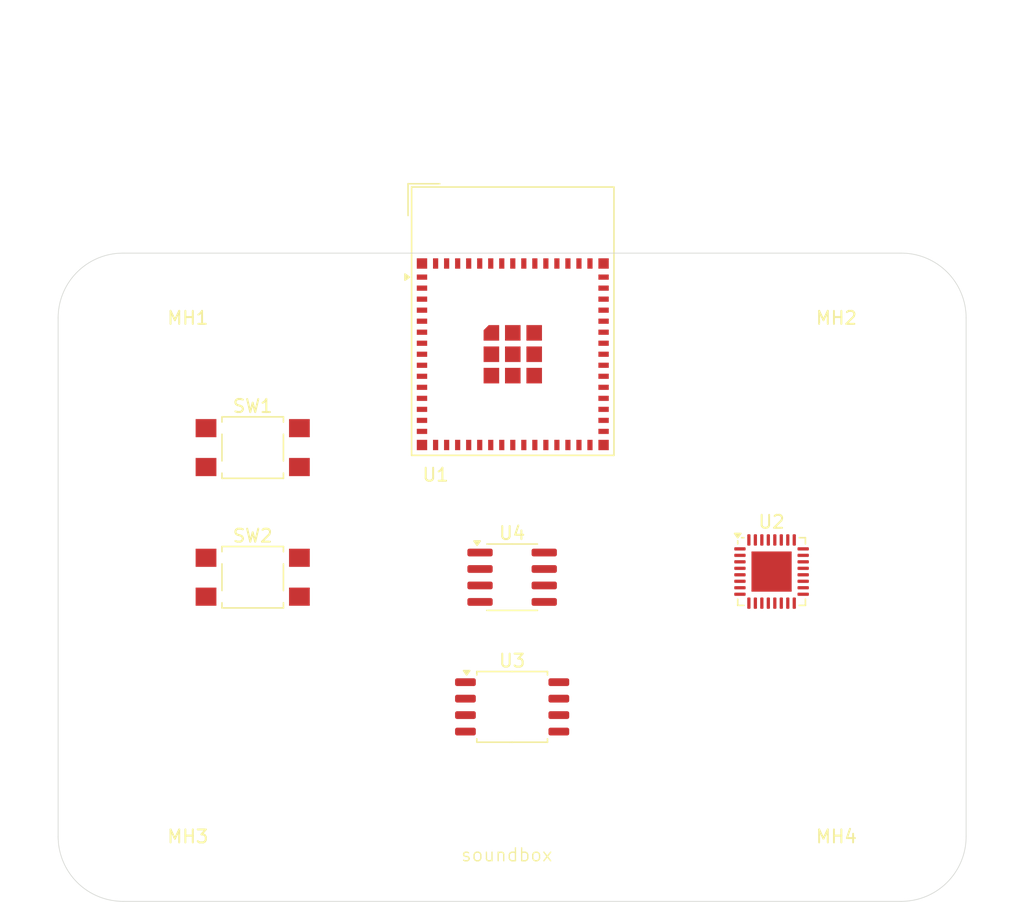
<source format=kicad_pcb>
(kicad_pcb (version 20240108) (generator "pcbnew") (generator_version "8.0")
  (title_block (title "soundbox"))
  (layers (0 "F.Cu" signal) (31 "B.Cu" signal) (34 "B.Paste" user) (35 "F.Paste" user) (36 "B.SilkS" user "B.Silkscreen") (37 "F.SilkS" user "F.Silkscreen") (38 "B.Mask" user) (39 "F.Mask" user) (44 "Edge.Cuts" user))
  (net 0 "")
  (net 5 "Net-(U1-GND-Pad1)")
  (net 48 "Net-(U2-PVDD-Pad21)")
  (net 52 "Net-(U2-PGND-Pad25)")
  (footprint "Button_Switch_SMD:SW_SPST_TL3305A" (layer "F.Cu") (at 125 95)
    (property "Reference" "SW2" (at 0 -3.2 0) (layer "F.SilkS"))
    (property "Value" "SW_Push")
    (fp_line (start -2.37 -2.37) (end -2.37 -1.97) (stroke (width 0.12)) (layer "F.SilkS"))
    (fp_line (start -2.37 -2.37) (end 2.37 -2.37) (stroke (width 0.12)) (layer "F.SilkS"))
    (fp_line (start -2.37 1.03) (end -2.37 -1.03) (stroke (width 0.12)) (layer "F.SilkS"))
    (fp_line (start -2.37 2.37) (end -2.37 1.97) (stroke (width 0.12)) (layer "F.SilkS"))
    (fp_line (start -2.37 2.37) (end 2.37 2.37) (stroke (width 0.12)) (layer "F.SilkS"))
    (fp_line (start 2.37 -2.37) (end 2.37 -1.97) (stroke (width 0.12)) (layer "F.SilkS"))
    (fp_line (start 2.37 1.03) (end 2.37 -1.03) (stroke (width 0.12)) (layer "F.SilkS"))
    (fp_line (start 2.37 2.37) (end 2.37 1.97) (stroke (width 0.12)) (layer "F.SilkS"))
    (pad "1" smd rect (at -3.6 -1.5) (size 1.6 1.4) (layers "F.Cu" "F.Paste" "F.Mask"))
    (pad "1" smd rect (at 3.6 -1.5) (size 1.6 1.4) (layers "F.Cu" "F.Paste" "F.Mask"))
    (pad "2" smd rect (at -3.6 1.5) (size 1.6 1.4) (layers "F.Cu" "F.Paste" "F.Mask"))
    (pad "2" smd rect (at 3.6 1.5) (size 1.6 1.4) (layers "F.Cu" "F.Paste" "F.Mask"))
  )
  (footprint "Package_SO:SOIC-8_3.9x4.9mm_P1.27mm" (layer "F.Cu") (at 145 95)
    (property "Reference" "U4" (at 0 -3.4 0) (layer "F.SilkS"))
    (property "Value" "25CSM04xxSN")
    (fp_line (start 0 -2.56) (end -1.95 -2.56) (stroke (width 0.12)) (layer "F.SilkS"))
    (fp_line (start 0 -2.56) (end 1.95 -2.56) (stroke (width 0.12)) (layer "F.SilkS"))
    (fp_line (start 0 2.56) (end -1.95 2.56) (stroke (width 0.12)) (layer "F.SilkS"))
    (fp_line (start 0 2.56) (end 1.95 2.56) (stroke (width 0.12)) (layer "F.SilkS"))
    (fp_poly (pts (xy -2.7 -2.465) (xy -2.94 -2.795) (xy -2.46 -2.795) (xy -2.7 -2.465)) (stroke (width 0.12)) (fill solid) (layer "F.SilkS"))
    (pad "1" smd roundrect (at -2.475 -1.905) (size 1.95 0.6) (layers "F.Cu" "F.Paste" "F.Mask"))
    (pad "2" smd roundrect (at -2.475 -0.635) (size 1.95 0.6) (layers "F.Cu" "F.Paste" "F.Mask"))
    (pad "3" smd roundrect (at -2.475 0.635) (size 1.95 0.6) (layers "F.Cu" "F.Paste" "F.Mask"))
    (pad "4" smd roundrect (at -2.475 1.905) (size 1.95 0.6) (layers "F.Cu" "F.Paste" "F.Mask"))
    (pad "5" smd roundrect (at 2.475 1.905) (size 1.95 0.6) (layers "F.Cu" "F.Paste" "F.Mask"))
    (pad "6" smd roundrect (at 2.475 0.635) (size 1.95 0.6) (layers "F.Cu" "F.Paste" "F.Mask"))
    (pad "7" smd roundrect (at 2.475 -0.635) (size 1.95 0.6) (layers "F.Cu" "F.Paste" "F.Mask"))
    (pad "8" smd roundrect (at 2.475 -1.905) (size 1.95 0.6) (layers "F.Cu" "F.Paste" "F.Mask"))
  )
  (footprint "MountingHole:MountingHole_3.2mm_M3" (layer "F.Cu") (at 115 115)
    (property "Reference" "MH3" (at 5 0 0) (layer "F.SilkS"))
    (property "Value" "MountingHole_3.2mm_M3")
    (pad "" np_thru_hole circle (at 0 0) (size 3.2 3.2) (drill 3.2) (layers "*.Cu" "*.Mask"))
  )
  (footprint "RF_Module:ESP32-S2-MINI-1" (layer "F.Cu") (at 145.05 75.25)
    (property "Reference" "U1" (at -5.95 11.85 0) (layer "F.SilkS"))
    (property "Value" "ESP32-S3-MINI-1")
    (fp_line (start -8.075 -10.6) (end -8.075 -8.15) (stroke (width 0.12)) (layer "F.SilkS"))
    (fp_line (start -8.075 -10.6) (end -5.625 -10.6) (stroke (width 0.12)) (layer "F.SilkS"))
    (fp_line (start -7.8 -10.35) (end 7.8 -10.35) (stroke (width 0.12)) (layer "F.SilkS"))
    (fp_line (start -7.8 10.35) (end -7.8 -10.35) (stroke (width 0.12)) (layer "F.SilkS"))
    (fp_line (start 7.8 -10.35) (end 7.8 10.35) (stroke (width 0.12)) (layer "F.SilkS"))
    (fp_line (start 7.8 10.35) (end -7.8 10.35) (stroke (width 0.12)) (layer "F.SilkS"))
    (fp_poly (pts (xy -7.975 -3.4) (xy -8.311 -3.16) (xy -8.311 -3.64) (xy -7.975 -3.4)) (stroke (width 0.12)) (fill solid) (layer "F.SilkS"))
    (pad "1" smd rect (at -7 -3.4) (size 0.8 0.4) (layers "F.Cu" "F.Paste" "F.Mask") (net 5 "Net-(U1-GND-Pad1)"))
    (pad "2" smd rect (at -7 -2.55) (size 0.8 0.4) (layers "F.Cu" "F.Paste" "F.Mask") (net 5 "Net-(U1-GND-Pad1)"))
    (pad "3" smd rect (at -7 -1.7) (size 0.8 0.4) (layers "F.Cu" "F.Paste" "F.Mask"))
    (pad "4" smd rect (at -7 -0.85) (size 0.8 0.4) (layers "F.Cu" "F.Paste" "F.Mask"))
    (pad "5" smd rect (at -7 0) (size 0.8 0.4) (layers "F.Cu" "F.Paste" "F.Mask"))
    (pad "6" smd rect (at -7 0.85) (size 0.8 0.4) (layers "F.Cu" "F.Paste" "F.Mask"))
    (pad "7" smd rect (at -7 1.7) (size 0.8 0.4) (layers "F.Cu" "F.Paste" "F.Mask"))
    (pad "8" smd rect (at -7 2.55) (size 0.8 0.4) (layers "F.Cu" "F.Paste" "F.Mask"))
    (pad "9" smd rect (at -7 3.4) (size 0.8 0.4) (layers "F.Cu" "F.Paste" "F.Mask"))
    (pad "10" smd rect (at -7 4.25) (size 0.8 0.4) (layers "F.Cu" "F.Paste" "F.Mask"))
    (pad "11" smd rect (at -7 5.1) (size 0.8 0.4) (layers "F.Cu" "F.Paste" "F.Mask"))
    (pad "12" smd rect (at -7 5.95) (size 0.8 0.4) (layers "F.Cu" "F.Paste" "F.Mask"))
    (pad "13" smd rect (at -7 6.8) (size 0.8 0.4) (layers "F.Cu" "F.Paste" "F.Mask"))
    (pad "14" smd rect (at -7 7.65) (size 0.8 0.4) (layers "F.Cu" "F.Paste" "F.Mask"))
    (pad "15" smd rect (at -7 8.5) (size 0.8 0.4) (layers "F.Cu" "F.Paste" "F.Mask"))
    (pad "16" smd rect (at -5.95 9.55 90) (size 0.8 0.4) (layers "F.Cu" "F.Paste" "F.Mask"))
    (pad "17" smd rect (at -5.1 9.55 90) (size 0.8 0.4) (layers "F.Cu" "F.Paste" "F.Mask"))
    (pad "18" smd rect (at -4.25 9.55 90) (size 0.8 0.4) (layers "F.Cu" "F.Paste" "F.Mask"))
    (pad "19" smd rect (at -3.4 9.55 90) (size 0.8 0.4) (layers "F.Cu" "F.Paste" "F.Mask"))
    (pad "20" smd rect (at -2.55 9.55 90) (size 0.8 0.4) (layers "F.Cu" "F.Paste" "F.Mask"))
    (pad "21" smd rect (at -1.7 9.55 90) (size 0.8 0.4) (layers "F.Cu" "F.Paste" "F.Mask"))
    (pad "22" smd rect (at -0.85 9.55 90) (size 0.8 0.4) (layers "F.Cu" "F.Paste" "F.Mask"))
    (pad "23" smd rect (at 0 9.55 90) (size 0.8 0.4) (layers "F.Cu" "F.Paste" "F.Mask"))
    (pad "24" smd rect (at 0.85 9.55 90) (size 0.8 0.4) (layers "F.Cu" "F.Paste" "F.Mask"))
    (pad "25" smd rect (at 1.7 9.55 90) (size 0.8 0.4) (layers "F.Cu" "F.Paste" "F.Mask"))
    (pad "26" smd rect (at 2.55 9.55 90) (size 0.8 0.4) (layers "F.Cu" "F.Paste" "F.Mask"))
    (pad "27" smd rect (at 3.4 9.55 90) (size 0.8 0.4) (layers "F.Cu" "F.Paste" "F.Mask"))
    (pad "28" smd rect (at 4.25 9.55 90) (size 0.8 0.4) (layers "F.Cu" "F.Paste" "F.Mask"))
    (pad "29" smd rect (at 5.1 9.55 90) (size 0.8 0.4) (layers "F.Cu" "F.Paste" "F.Mask"))
    (pad "30" smd rect (at 5.95 9.55 90) (size 0.8 0.4) (layers "F.Cu" "F.Paste" "F.Mask"))
    (pad "31" smd rect (at 7 8.5) (size 0.8 0.4) (layers "F.Cu" "F.Paste" "F.Mask"))
    (pad "32" smd rect (at 7 7.65) (size 0.8 0.4) (layers "F.Cu" "F.Paste" "F.Mask"))
    (pad "33" smd rect (at 7 6.8) (size 0.8 0.4) (layers "F.Cu" "F.Paste" "F.Mask"))
    (pad "34" smd rect (at 7 5.95) (size 0.8 0.4) (layers "F.Cu" "F.Paste" "F.Mask"))
    (pad "35" smd rect (at 7 5.1) (size 0.8 0.4) (layers "F.Cu" "F.Paste" "F.Mask"))
    (pad "36" smd rect (at 7 4.25) (size 0.8 0.4) (layers "F.Cu" "F.Paste" "F.Mask"))
    (pad "37" smd rect (at 7 3.4) (size 0.8 0.4) (layers "F.Cu" "F.Paste" "F.Mask"))
    (pad "38" smd rect (at 7 2.55) (size 0.8 0.4) (layers "F.Cu" "F.Paste" "F.Mask"))
    (pad "39" smd rect (at 7 1.7) (size 0.8 0.4) (layers "F.Cu" "F.Paste" "F.Mask"))
    (pad "40" smd rect (at 7 0.85) (size 0.8 0.4) (layers "F.Cu" "F.Paste" "F.Mask"))
    (pad "41" smd rect (at 7 0) (size 0.8 0.4) (layers "F.Cu" "F.Paste" "F.Mask"))
    (pad "42" smd rect (at 7 -0.85) (size 0.8 0.4) (layers "F.Cu" "F.Paste" "F.Mask") (net 5 "Net-(U1-GND-Pad1)"))
    (pad "43" smd rect (at 7 -1.7) (size 0.8 0.4) (layers "F.Cu" "F.Paste" "F.Mask") (net 5 "Net-(U1-GND-Pad1)"))
    (pad "44" smd rect (at 7 -2.55) (size 0.8 0.4) (layers "F.Cu" "F.Paste" "F.Mask"))
    (pad "45" smd rect (at 7 -3.4) (size 0.8 0.4) (layers "F.Cu" "F.Paste" "F.Mask"))
    (pad "46" smd rect (at 5.95 -4.45 90) (size 0.8 0.4) (layers "F.Cu" "F.Paste" "F.Mask") (net 5 "Net-(U1-GND-Pad1)"))
    (pad "47" smd rect (at 5.1 -4.45 90) (size 0.8 0.4) (layers "F.Cu" "F.Paste" "F.Mask") (net 5 "Net-(U1-GND-Pad1)"))
    (pad "48" smd rect (at 4.25 -4.45 90) (size 0.8 0.4) (layers "F.Cu" "F.Paste" "F.Mask") (net 5 "Net-(U1-GND-Pad1)"))
    (pad "49" smd rect (at 3.4 -4.45 90) (size 0.8 0.4) (layers "F.Cu" "F.Paste" "F.Mask") (net 5 "Net-(U1-GND-Pad1)"))
    (pad "50" smd rect (at 2.55 -4.45 90) (size 0.8 0.4) (layers "F.Cu" "F.Paste" "F.Mask") (net 5 "Net-(U1-GND-Pad1)"))
    (pad "51" smd rect (at 1.7 -4.45 90) (size 0.8 0.4) (layers "F.Cu" "F.Paste" "F.Mask") (net 5 "Net-(U1-GND-Pad1)"))
    (pad "52" smd rect (at 0.85 -4.45 90) (size 0.8 0.4) (layers "F.Cu" "F.Paste" "F.Mask") (net 5 "Net-(U1-GND-Pad1)"))
    (pad "53" smd rect (at 0 -4.45 90) (size 0.8 0.4) (layers "F.Cu" "F.Paste" "F.Mask") (net 5 "Net-(U1-GND-Pad1)"))
    (pad "54" smd rect (at -0.85 -4.45 90) (size 0.8 0.4) (layers "F.Cu" "F.Paste" "F.Mask") (net 5 "Net-(U1-GND-Pad1)"))
    (pad "55" smd rect (at -1.7 -4.45 90) (size 0.8 0.4) (layers "F.Cu" "F.Paste" "F.Mask") (net 5 "Net-(U1-GND-Pad1)"))
    (pad "56" smd rect (at -2.55 -4.45 90) (size 0.8 0.4) (layers "F.Cu" "F.Paste" "F.Mask") (net 5 "Net-(U1-GND-Pad1)"))
    (pad "57" smd rect (at -3.4 -4.45 90) (size 0.8 0.4) (layers "F.Cu" "F.Paste" "F.Mask") (net 5 "Net-(U1-GND-Pad1)"))
    (pad "58" smd rect (at -4.25 -4.45 90) (size 0.8 0.4) (layers "F.Cu" "F.Paste" "F.Mask") (net 5 "Net-(U1-GND-Pad1)"))
    (pad "59" smd rect (at -5.1 -4.45 90) (size 0.8 0.4) (layers "F.Cu" "F.Paste" "F.Mask") (net 5 "Net-(U1-GND-Pad1)"))
    (pad "60" smd rect (at -5.95 -4.45 90) (size 0.8 0.4) (layers "F.Cu" "F.Paste" "F.Mask") (net 5 "Net-(U1-GND-Pad1)"))
    (pad "61" smd roundrect (at -1.65 0.9) (size 1.2 1.2) (layers "F.Cu" "F.Paste" "F.Mask") (roundrect_rratio 0) (chamfer_ratio 0.33) (chamfer top_left) (net 5 "Net-(U1-GND-Pad1)"))
    (pad "61" smd rect (at -1.65 2.55) (size 1.2 1.2) (layers "F.Cu" "F.Paste" "F.Mask") (net 5 "Net-(U1-GND-Pad1)"))
    (pad "61" smd rect (at -1.65 4.2) (size 1.2 1.2) (layers "F.Cu" "F.Paste" "F.Mask") (net 5 "Net-(U1-GND-Pad1)"))
    (pad "61" smd rect (at 0 0.9) (size 1.2 1.2) (layers "F.Cu" "F.Paste" "F.Mask") (net 5 "Net-(U1-GND-Pad1)"))
    (pad "61" smd rect (at 0 2.55) (size 1.2 1.2) (layers "F.Cu" "F.Paste" "F.Mask") (net 5 "Net-(U1-GND-Pad1)"))
    (pad "61" smd rect (at 0 4.2) (size 1.2 1.2) (layers "F.Cu" "F.Paste" "F.Mask") (net 5 "Net-(U1-GND-Pad1)"))
    (pad "61" smd rect (at 1.65 0.9) (size 1.2 1.2) (layers "F.Cu" "F.Paste" "F.Mask") (net 5 "Net-(U1-GND-Pad1)"))
    (pad "61" smd rect (at 1.65 2.55) (size 1.2 1.2) (layers "F.Cu" "F.Paste" "F.Mask") (net 5 "Net-(U1-GND-Pad1)"))
    (pad "61" smd rect (at 1.65 4.2) (size 1.2 1.2) (layers "F.Cu" "F.Paste" "F.Mask") (net 5 "Net-(U1-GND-Pad1)"))
    (pad "62" smd rect (at -7 -4.45) (size 0.8 0.8) (layers "F.Cu" "F.Paste" "F.Mask") (net 5 "Net-(U1-GND-Pad1)"))
    (pad "63" smd rect (at -7 9.55) (size 0.8 0.8) (layers "F.Cu" "F.Paste" "F.Mask") (net 5 "Net-(U1-GND-Pad1)"))
    (pad "64" smd rect (at 7 9.55) (size 0.8 0.8) (layers "F.Cu" "F.Paste" "F.Mask") (net 5 "Net-(U1-GND-Pad1)"))
    (pad "65" smd rect (at 7 -4.45) (size 0.8 0.8) (layers "F.Cu" "F.Paste" "F.Mask") (net 5 "Net-(U1-GND-Pad1)"))
  )
  (footprint "MountingHole:MountingHole_3.2mm_M3" (layer "F.Cu") (at 115 75)
    (property "Reference" "MH1" (at 5 0 0) (layer "F.SilkS"))
    (property "Value" "MountingHole_3.2mm_M3")
    (pad "" np_thru_hole circle (at 0 0) (size 3.2 3.2) (drill 3.2) (layers "*.Cu" "*.Mask"))
  )
  (footprint "MountingHole:MountingHole_3.2mm_M3" (layer "F.Cu") (at 175 115)
    (property "Reference" "MH4" (at -5 0 0) (layer "F.SilkS"))
    (property "Value" "MountingHole_3.2mm_M3")
    (pad "" np_thru_hole circle (at 0 0) (size 3.2 3.2) (drill 3.2) (layers "*.Cu" "*.Mask"))
  )
  (footprint "Button_Switch_SMD:SW_SPST_TL3305A" (layer "F.Cu") (at 125 85)
    (property "Reference" "SW1" (at 0 -3.2 0) (layer "F.SilkS"))
    (property "Value" "SW_Push")
    (fp_line (start -2.37 -2.37) (end -2.37 -1.97) (stroke (width 0.12)) (layer "F.SilkS"))
    (fp_line (start -2.37 -2.37) (end 2.37 -2.37) (stroke (width 0.12)) (layer "F.SilkS"))
    (fp_line (start -2.37 1.03) (end -2.37 -1.03) (stroke (width 0.12)) (layer "F.SilkS"))
    (fp_line (start -2.37 2.37) (end -2.37 1.97) (stroke (width 0.12)) (layer "F.SilkS"))
    (fp_line (start -2.37 2.37) (end 2.37 2.37) (stroke (width 0.12)) (layer "F.SilkS"))
    (fp_line (start 2.37 -2.37) (end 2.37 -1.97) (stroke (width 0.12)) (layer "F.SilkS"))
    (fp_line (start 2.37 1.03) (end 2.37 -1.03) (stroke (width 0.12)) (layer "F.SilkS"))
    (fp_line (start 2.37 2.37) (end 2.37 1.97) (stroke (width 0.12)) (layer "F.SilkS"))
    (pad "1" smd rect (at -3.6 -1.5) (size 1.6 1.4) (layers "F.Cu" "F.Paste" "F.Mask"))
    (pad "1" smd rect (at 3.6 -1.5) (size 1.6 1.4) (layers "F.Cu" "F.Paste" "F.Mask"))
    (pad "2" smd rect (at -3.6 1.5) (size 1.6 1.4) (layers "F.Cu" "F.Paste" "F.Mask"))
    (pad "2" smd rect (at 3.6 1.5) (size 1.6 1.4) (layers "F.Cu" "F.Paste" "F.Mask"))
  )
  (footprint "Package_DFN_QFN:VQFN-32-1EP_5x5mm_P0.5mm_EP3.1x3.1mm" (layer "F.Cu") (at 165 94.5625)
    (property "Reference" "U2" (at 0 -3.83 0) (layer "F.SilkS"))
    (property "Value" "TAS5825MRHB")
    (fp_line (start -2.61 -2.135) (end -2.61 -2.37) (stroke (width 0.12)) (layer "F.SilkS"))
    (fp_line (start -2.61 2.61) (end -2.61 2.135) (stroke (width 0.12)) (layer "F.SilkS"))
    (fp_line (start -2.135 -2.61) (end -2.31 -2.61) (stroke (width 0.12)) (layer "F.SilkS"))
    (fp_line (start -2.135 2.61) (end -2.61 2.61) (stroke (width 0.12)) (layer "F.SilkS"))
    (fp_line (start 2.135 -2.61) (end 2.61 -2.61) (stroke (width 0.12)) (layer "F.SilkS"))
    (fp_line (start 2.135 2.61) (end 2.61 2.61) (stroke (width 0.12)) (layer "F.SilkS"))
    (fp_line (start 2.61 -2.61) (end 2.61 -2.135) (stroke (width 0.12)) (layer "F.SilkS"))
    (fp_line (start 2.61 2.61) (end 2.61 2.135) (stroke (width 0.12)) (layer "F.SilkS"))
    (fp_poly (pts (xy -2.61 -2.61) (xy -2.85 -2.94) (xy -2.37 -2.94) (xy -2.61 -2.61)) (stroke (width 0.12)) (fill solid) (layer "F.SilkS"))
    (pad "1" smd roundrect (at -2.4375 -1.75) (size 0.875 0.25) (layers "F.Cu" "F.Paste" "F.Mask"))
    (pad "2" smd roundrect (at -2.4375 -1.25) (size 0.875 0.25) (layers "F.Cu" "F.Paste" "F.Mask"))
    (pad "3" smd roundrect (at -2.4375 -0.75) (size 0.875 0.25) (layers "F.Cu" "F.Paste" "F.Mask") (net 48 "Net-(U2-PVDD-Pad21)"))
    (pad "4" smd roundrect (at -2.4375 -0.25) (size 0.875 0.25) (layers "F.Cu" "F.Paste" "F.Mask") (net 48 "Net-(U2-PVDD-Pad21)"))
    (pad "5" smd roundrect (at -2.4375 0.25) (size 0.875 0.25) (layers "F.Cu" "F.Paste" "F.Mask"))
    (pad "6" smd roundrect (at -2.4375 0.75) (size 0.875 0.25) (layers "F.Cu" "F.Paste" "F.Mask"))
    (pad "7" smd roundrect (at -2.4375 1.25) (size 0.875 0.25) (layers "F.Cu" "F.Paste" "F.Mask"))
    (pad "8" smd roundrect (at -2.4375 1.75) (size 0.875 0.25) (layers "F.Cu" "F.Paste" "F.Mask"))
    (pad "9" smd roundrect (at -1.75 2.4375) (size 0.25 0.875) (layers "F.Cu" "F.Paste" "F.Mask"))
    (pad "10" smd roundrect (at -1.25 2.4375) (size 0.25 0.875) (layers "F.Cu" "F.Paste" "F.Mask"))
    (pad "11" smd roundrect (at -0.75 2.4375) (size 0.25 0.875) (layers "F.Cu" "F.Paste" "F.Mask"))
    (pad "12" smd roundrect (at -0.25 2.4375) (size 0.25 0.875) (layers "F.Cu" "F.Paste" "F.Mask"))
    (pad "13" smd roundrect (at 0.25 2.4375) (size 0.25 0.875) (layers "F.Cu" "F.Paste" "F.Mask"))
    (pad "14" smd roundrect (at 0.75 2.4375) (size 0.25 0.875) (layers "F.Cu" "F.Paste" "F.Mask"))
    (pad "15" smd roundrect (at 1.25 2.4375) (size 0.25 0.875) (layers "F.Cu" "F.Paste" "F.Mask"))
    (pad "16" smd roundrect (at 1.75 2.4375) (size 0.25 0.875) (layers "F.Cu" "F.Paste" "F.Mask"))
    (pad "17" smd roundrect (at 2.4375 1.75) (size 0.875 0.25) (layers "F.Cu" "F.Paste" "F.Mask"))
    (pad "18" smd roundrect (at 2.4375 1.25) (size 0.875 0.25) (layers "F.Cu" "F.Paste" "F.Mask"))
    (pad "19" smd roundrect (at 2.4375 0.75) (size 0.875 0.25) (layers "F.Cu" "F.Paste" "F.Mask"))
    (pad "20" smd roundrect (at 2.4375 0.25) (size 0.875 0.25) (layers "F.Cu" "F.Paste" "F.Mask"))
    (pad "21" smd roundrect (at 2.4375 -0.25) (size 0.875 0.25) (layers "F.Cu" "F.Paste" "F.Mask") (net 48 "Net-(U2-PVDD-Pad21)"))
    (pad "22" smd roundrect (at 2.4375 -0.75) (size 0.875 0.25) (layers "F.Cu" "F.Paste" "F.Mask") (net 48 "Net-(U2-PVDD-Pad21)"))
    (pad "23" smd roundrect (at 2.4375 -1.25) (size 0.875 0.25) (layers "F.Cu" "F.Paste" "F.Mask"))
    (pad "24" smd roundrect (at 2.4375 -1.75) (size 0.875 0.25) (layers "F.Cu" "F.Paste" "F.Mask"))
    (pad "25" smd roundrect (at 1.75 -2.4375) (size 0.25 0.875) (layers "F.Cu" "F.Paste" "F.Mask") (net 52 "Net-(U2-PGND-Pad25)"))
    (pad "26" smd roundrect (at 1.25 -2.4375) (size 0.25 0.875) (layers "F.Cu" "F.Paste" "F.Mask") (net 52 "Net-(U2-PGND-Pad25)"))
    (pad "27" smd roundrect (at 0.75 -2.4375) (size 0.25 0.875) (layers "F.Cu" "F.Paste" "F.Mask"))
    (pad "28" smd roundrect (at 0.25 -2.4375) (size 0.25 0.875) (layers "F.Cu" "F.Paste" "F.Mask"))
    (pad "29" smd roundrect (at -0.25 -2.4375) (size 0.25 0.875) (layers "F.Cu" "F.Paste" "F.Mask"))
    (pad "30" smd roundrect (at -0.75 -2.4375) (size 0.25 0.875) (layers "F.Cu" "F.Paste" "F.Mask"))
    (pad "31" smd roundrect (at -1.25 -2.4375) (size 0.25 0.875) (layers "F.Cu" "F.Paste" "F.Mask") (net 52 "Net-(U2-PGND-Pad25)"))
    (pad "32" smd roundrect (at -1.75 -2.4375) (size 0.25 0.875) (layers "F.Cu" "F.Paste" "F.Mask") (net 52 "Net-(U2-PGND-Pad25)"))
    (pad "33" smd rect (at 0 0) (size 3.1 3.1) (property pad_prop_heatsink) (layers "F.Cu" "F.Mask"))
  )
  (footprint "MountingHole:MountingHole_3.2mm_M3" (layer "F.Cu") (at 175 75)
    (property "Reference" "MH2" (at -5 0 0) (layer "F.SilkS"))
    (property "Value" "MountingHole_3.2mm_M3")
    (pad "" np_thru_hole circle (at 0 0) (size 3.2 3.2) (drill 3.2) (layers "*.Cu" "*.Mask"))
  )
  (footprint "Package_SO:SOIC-8_5.23x5.23mm_P1.27mm" (layer "F.Cu") (at 145 105)
    (property "Reference" "U3" (at 0 -3.56 0) (layer "F.SilkS"))
    (property "Value" "W25Q32JVSS")
    (fp_line (start -2.725 -2.725) (end -2.725 -2.465) (stroke (width 0.12)) (layer "F.SilkS"))
    (fp_line (start -2.725 2.725) (end -2.725 2.465) (stroke (width 0.12)) (layer "F.SilkS"))
    (fp_line (start 0 -2.725) (end -2.725 -2.725) (stroke (width 0.12)) (layer "F.SilkS"))
    (fp_line (start 0 -2.725) (end 2.725 -2.725) (stroke (width 0.12)) (layer "F.SilkS"))
    (fp_line (start 0 2.725) (end -2.725 2.725) (stroke (width 0.12)) (layer "F.SilkS"))
    (fp_line (start 0 2.725) (end 2.725 2.725) (stroke (width 0.12)) (layer "F.SilkS"))
    (fp_line (start 2.725 -2.725) (end 2.725 -2.465) (stroke (width 0.12)) (layer "F.SilkS"))
    (fp_line (start 2.725 2.725) (end 2.725 2.465) (stroke (width 0.12)) (layer "F.SilkS"))
    (fp_poly (pts (xy -3.5075 -2.465) (xy -3.7475 -2.795) (xy -3.2675 -2.795) (xy -3.5075 -2.465)) (stroke (width 0.12)) (fill solid) (layer "F.SilkS"))
    (pad "1" smd roundrect (at -3.6 -1.905) (size 1.6 0.6) (layers "F.Cu" "F.Paste" "F.Mask"))
    (pad "2" smd roundrect (at -3.6 -0.635) (size 1.6 0.6) (layers "F.Cu" "F.Paste" "F.Mask"))
    (pad "3" smd roundrect (at -3.6 0.635) (size 1.6 0.6) (layers "F.Cu" "F.Paste" "F.Mask"))
    (pad "4" smd roundrect (at -3.6 1.905) (size 1.6 0.6) (layers "F.Cu" "F.Paste" "F.Mask"))
    (pad "5" smd roundrect (at 3.6 1.905) (size 1.6 0.6) (layers "F.Cu" "F.Paste" "F.Mask"))
    (pad "6" smd roundrect (at 3.6 0.635) (size 1.6 0.6) (layers "F.Cu" "F.Paste" "F.Mask"))
    (pad "7" smd roundrect (at 3.6 -0.635) (size 1.6 0.6) (layers "F.Cu" "F.Paste" "F.Mask"))
    (pad "8" smd roundrect (at 3.6 -1.905) (size 1.6 0.6) (layers "F.Cu" "F.Paste" "F.Mask"))
  )
  (gr_arc (start 115 120) (mid 111.464466 118.535534) (end 110 115) (stroke (width 0.05)) (layer "Edge.Cuts"))
  (gr_arc (start 110 75) (mid 111.464466 71.464466) (end 115 70) (stroke (width 0.05)) (layer "Edge.Cuts"))
  (gr_line (start 175 120) (end 115 120) (stroke (width 0.05)) (layer "Edge.Cuts"))
  (gr_line (start 115 70) (end 175 70) (stroke (width 0.05)) (layer "Edge.Cuts"))
  (gr_arc (start 180 115) (mid 178.535534 118.535534) (end 175 120) (stroke (width 0.05)) (layer "Edge.Cuts"))
  (gr_arc (start 175 70) (mid 178.535534 71.464466) (end 180 75) (stroke (width 0.05)) (layer "Edge.Cuts"))
  (gr_line (start 110 115) (end 110 75) (stroke (width 0.05)) (layer "Edge.Cuts"))
  (gr_line (start 180 75) (end 180 115) (stroke (width 0.05)) (layer "Edge.Cuts"))
  (gr_text "soundbox" (at 141 117 0) (layer "F.SilkS") (effects (font (size 1 1) (thickness 0.1)) (justify left bottom)))
)
</source>
